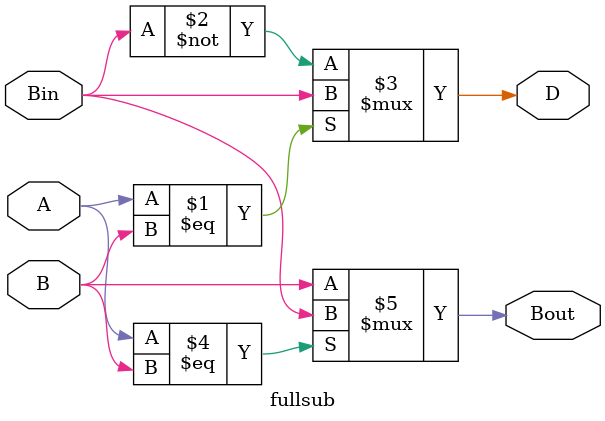
<source format=v>
module fullsub
(input A,B,Bin,
output D,Bout);

assign D = (A == B) ? Bin : ~Bin;
assign Bout = (A==B) ? Bin : B;

endmodule 
</source>
